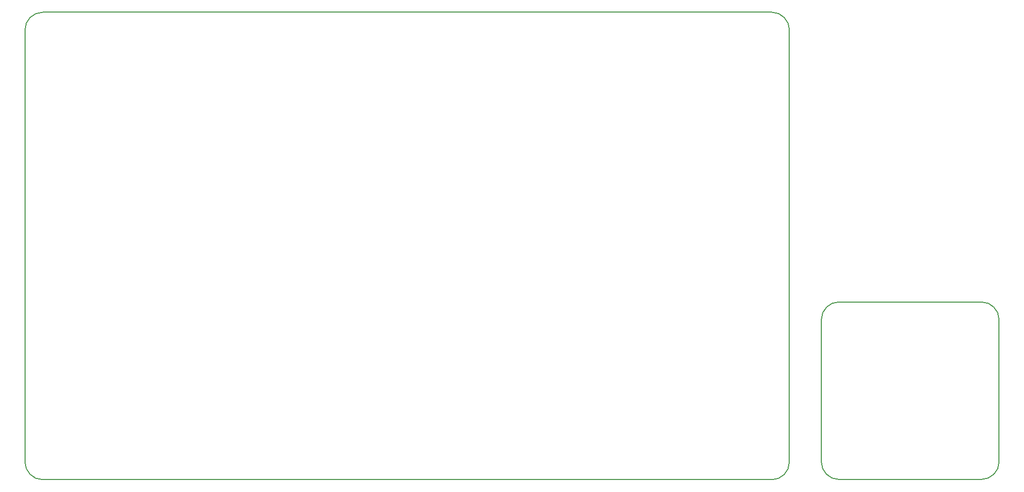
<source format=gm1>
G04 #@! TF.GenerationSoftware,KiCad,Pcbnew,9.0.0*
G04 #@! TF.CreationDate,2025-04-18T00:19:36+02:00*
G04 #@! TF.ProjectId,Omni-X-II-PCB,4f6d6e69-2d58-42d4-9949-2d5043422e6b,rev?*
G04 #@! TF.SameCoordinates,Original*
G04 #@! TF.FileFunction,Profile,NP*
%FSLAX46Y46*%
G04 Gerber Fmt 4.6, Leading zero omitted, Abs format (unit mm)*
G04 Created by KiCad (PCBNEW 9.0.0) date 2025-04-18 00:19:36*
%MOMM*%
%LPD*%
G01*
G04 APERTURE LIST*
G04 #@! TA.AperFunction,Profile*
%ADD10C,0.200000*%
G04 #@! TD*
G04 APERTURE END LIST*
D10*
X70000000Y-126000000D02*
X70000000Y-53000000D01*
X73000000Y-129000000D02*
G75*
G02*
X70000000Y-126000000I0J3000000D01*
G01*
X70000000Y-53000000D02*
G75*
G02*
X73000000Y-50000000I3000000J0D01*
G01*
X231385000Y-98960000D02*
G75*
G02*
X234385000Y-101960000I0J-3000000D01*
G01*
X207385000Y-98960000D02*
X231385000Y-98960000D01*
X234385000Y-101960000D02*
X234385000Y-125960000D01*
X204385000Y-125960000D02*
X204385000Y-101960000D01*
X231385000Y-128960000D02*
X207385000Y-128960000D01*
X199000000Y-126000000D02*
G75*
G02*
X196000000Y-129000000I-3000000J0D01*
G01*
X196000000Y-129000000D02*
X73000000Y-129000000D01*
X199000000Y-53000000D02*
X199000000Y-126000000D01*
X204385000Y-101960000D02*
G75*
G02*
X207385000Y-98960000I3000000J0D01*
G01*
X196000000Y-50000000D02*
G75*
G02*
X199000000Y-53000000I0J-3000000D01*
G01*
X234385000Y-125960000D02*
G75*
G02*
X231385000Y-128960000I-3000000J0D01*
G01*
X207385000Y-128960000D02*
G75*
G02*
X204385000Y-125960000I0J3000000D01*
G01*
X73000000Y-50000000D02*
X196000000Y-50000000D01*
M02*

</source>
